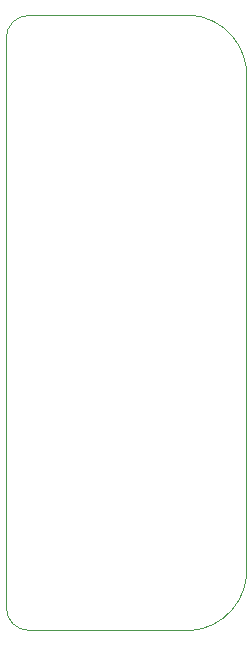
<source format=gbr>
G04 #@! TF.GenerationSoftware,KiCad,Pcbnew,(5.1.5)-3*
G04 #@! TF.CreationDate,2020-03-15T11:50:45-07:00*
G04 #@! TF.ProjectId,bbf-thonkjacks,6262662d-7468-46f6-9e6b-6a61636b732e,rev?*
G04 #@! TF.SameCoordinates,Original*
G04 #@! TF.FileFunction,Profile,NP*
%FSLAX46Y46*%
G04 Gerber Fmt 4.6, Leading zero omitted, Abs format (unit mm)*
G04 Created by KiCad (PCBNEW (5.1.5)-3) date 2020-03-15 11:50:45*
%MOMM*%
%LPD*%
G04 APERTURE LIST*
G04 #@! TA.AperFunction,Profile*
%ADD10C,0.050000*%
G04 #@! TD*
G04 APERTURE END LIST*
D10*
X158661100Y-126588638D02*
G75*
G02X152946100Y-131033638I-5080000J635000D01*
G01*
X158661100Y-126588638D02*
X158661100Y-83408638D01*
X152956100Y-78973638D02*
G75*
G02X158661100Y-83408638I635000J-5070000D01*
G01*
X152956100Y-78973638D02*
X140236100Y-78973638D01*
X138341100Y-80868638D02*
G75*
G02X140236100Y-78973638I1895000J0D01*
G01*
X138341100Y-80868638D02*
X138341100Y-129128638D01*
X140246100Y-131033638D02*
G75*
G02X138341100Y-129128638I0J1905000D01*
G01*
X140246100Y-131033638D02*
X152946100Y-131033638D01*
M02*

</source>
